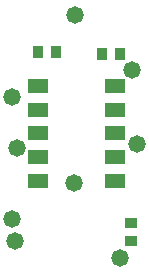
<source format=gts>
G04*
G04 #@! TF.GenerationSoftware,Altium Limited,Altium Designer,18.1.7 (191)*
G04*
G04 Layer_Color=8388736*
%FSLAX25Y25*%
%MOIN*%
G70*
G01*
G75*
%ADD15R,0.06900X0.04737*%
%ADD16R,0.04343X0.03556*%
%ADD17R,0.03556X0.04343*%
%ADD18C,0.05800*%
D15*
X113200Y137626D02*
D03*
Y145500D02*
D03*
Y153374D02*
D03*
Y161248D02*
D03*
X138800D02*
D03*
Y153374D02*
D03*
Y145500D02*
D03*
Y137626D02*
D03*
Y129752D02*
D03*
X113200D02*
D03*
D16*
X144000Y115453D02*
D03*
Y109547D02*
D03*
D17*
X113047Y172500D02*
D03*
X118953D02*
D03*
X140453Y172000D02*
D03*
X134547D02*
D03*
D18*
X104500Y157500D02*
D03*
X125500Y185000D02*
D03*
X146000Y142000D02*
D03*
X144500Y166500D02*
D03*
X140500Y104000D02*
D03*
X125000Y129000D02*
D03*
X105500Y109500D02*
D03*
X104500Y117000D02*
D03*
X106000Y140748D02*
D03*
Y140594D02*
D03*
M02*

</source>
